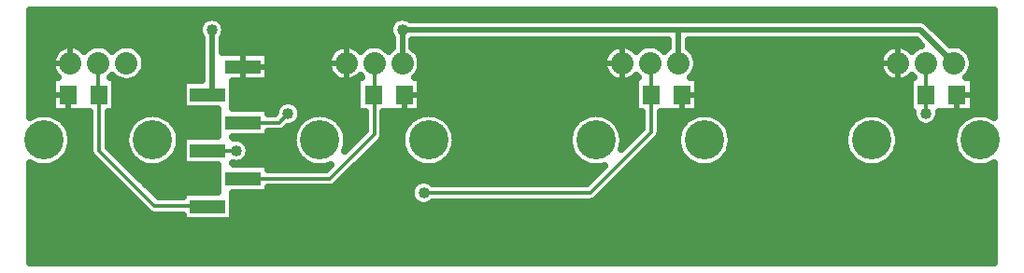
<source format=gbr>
G04 DipTrace 3.3.1.3*
G04 Top.gbr*
%MOIN*%
G04 #@! TF.FileFunction,Copper,L1,Top*
G04 #@! TF.Part,Single*
G04 #@! TA.AperFunction,Conductor*
%ADD13C,0.012*%
G04 #@! TA.AperFunction,CopperBalancing*
%ADD14C,0.02*%
%ADD15C,0.025*%
%ADD31R,0.125197X0.05*%
G04 #@! TA.AperFunction,ComponentPad*
%ADD32C,0.08*%
%ADD33C,0.14*%
%ADD34R,0.062992X0.070866*%
G04 #@! TA.AperFunction,ViaPad*
%ADD35C,0.04*%
%FSLAX26Y26*%
G04*
G70*
G90*
G75*
G01*
G04 Top*
%LPD*%
X3838583Y1148327D2*
D13*
Y1036000D1*
X1401181Y935827D2*
X1530315D1*
X1562992Y968504D1*
X3838583D2*
Y1036000D1*
X1275984Y835827D2*
X1377953D1*
X2046748Y685039D2*
X2641732D1*
X2858268Y901575D1*
Y1036000D1*
Y1144390D1*
X2854331Y1148327D1*
X1401181Y735827D2*
X1712205D1*
X1870079Y893701D1*
Y1033688D1*
X1867766Y1036000D1*
X1870079Y1148327D2*
Y1038312D1*
X1867766Y1036000D1*
X885827Y1148327D2*
Y1038479D1*
X888312Y1035993D1*
Y836097D1*
X1086614Y637795D1*
X1274016D1*
X1275984Y635827D1*
X1970079Y1267717D2*
D14*
X2954331D1*
X3819193D1*
X3938583Y1148327D1*
X2954331D2*
Y1267717D1*
X1970079Y1148327D2*
Y1267717D1*
X1275984Y1035827D2*
X1291339D1*
Y1267717D1*
D35*
X1562992Y968504D3*
X3838583D3*
X1377953Y835827D3*
X2046748Y685039D3*
X1970079Y1267717D3*
D3*
X1291339D3*
X644940Y1313025D2*
D15*
X1278427D1*
X1304276D2*
X1957140D1*
X1982988D2*
X4079474D1*
X644940Y1288156D2*
X1247064D1*
X1335602D2*
X1925814D1*
X3852878D2*
X4079474D1*
X644940Y1263287D2*
X1242542D1*
X1340123D2*
X1921291D1*
X3877745D2*
X4079474D1*
X644940Y1238419D2*
X1252339D1*
X1330327D2*
X1931088D1*
X3902613D2*
X4079474D1*
X644940Y1213550D2*
X770415D1*
X801251D2*
X870387D1*
X901260D2*
X970396D1*
X1001269D2*
X1252339D1*
X1330327D2*
X1754646D1*
X1785518D2*
X1854655D1*
X1885491D2*
X1931088D1*
X2009076D2*
X2738913D1*
X2769749D2*
X2838886D1*
X2869759D2*
X2915356D1*
X2993308D2*
X3723144D1*
X3754017D2*
X3819243D1*
X3954000D2*
X4079474D1*
X644940Y1188681D2*
X730475D1*
X1041172D2*
X1252339D1*
X1330327D2*
X1714743D1*
X2025440D2*
X2698974D1*
X3009671D2*
X3683241D1*
X3993938D2*
X4079474D1*
X644940Y1163812D2*
X718669D1*
X1052978D2*
X1252339D1*
X1492774D2*
X1702900D1*
X2037245D2*
X2687168D1*
X3021478D2*
X3671436D1*
X4005744D2*
X4079474D1*
X644940Y1138944D2*
X717486D1*
X1054163D2*
X1252339D1*
X1492774D2*
X1701752D1*
X2038394D2*
X2686020D1*
X3022661D2*
X3670251D1*
X4006892D2*
X4079474D1*
X644940Y1114075D2*
X726348D1*
X1045335D2*
X1252339D1*
X1492774D2*
X1710580D1*
X2029567D2*
X2694848D1*
X3013833D2*
X3679079D1*
X3998066D2*
X4079474D1*
X644940Y1089206D2*
X717593D1*
X1018745D2*
X1252339D1*
X1492774D2*
X1737134D1*
X2038501D2*
X2721402D1*
X3028976D2*
X3705669D1*
X4009297D2*
X4079474D1*
X644940Y1064337D2*
X717593D1*
X948807D2*
X1184409D1*
X1367575D2*
X1807287D1*
X2038501D2*
X2797762D1*
X3028976D2*
X3778083D1*
X4009297D2*
X4079474D1*
X644940Y1039469D2*
X717593D1*
X948807D2*
X1184409D1*
X1367575D2*
X1807287D1*
X2038501D2*
X2797762D1*
X3028976D2*
X3778083D1*
X4009297D2*
X4079474D1*
X644940Y1014600D2*
X717593D1*
X948807D2*
X1184409D1*
X1367575D2*
X1554448D1*
X1571575D2*
X1807287D1*
X2038501D2*
X2797762D1*
X3028976D2*
X3778083D1*
X4009297D2*
X4079474D1*
X644940Y989731D2*
X717593D1*
X948807D2*
X1184409D1*
X1367575D2*
X1519138D1*
X1606850D2*
X1807287D1*
X2038501D2*
X2797762D1*
X3028976D2*
X3778083D1*
X4009297D2*
X4079474D1*
X644940Y964862D2*
X659066D1*
X725105D2*
X853307D1*
X923293D2*
X1046543D1*
X1112581D2*
X1309573D1*
X1611839D2*
X1643297D1*
X1709371D2*
X1835098D1*
X1905084D2*
X2030774D1*
X2096849D2*
X2627564D1*
X2693604D2*
X2823277D1*
X2893262D2*
X3015042D1*
X3081117D2*
X3611832D1*
X3677870D2*
X3789745D1*
X3887434D2*
X3999310D1*
X4065348D2*
X4079474D1*
X764362Y939993D2*
X853307D1*
X923293D2*
X1007322D1*
X1151839D2*
X1309573D1*
X1748593D2*
X1835098D1*
X1905084D2*
X1991552D1*
X2136071D2*
X2588343D1*
X2732861D2*
X2823277D1*
X2893262D2*
X2975820D1*
X3120339D2*
X3572575D1*
X3717092D2*
X3799362D1*
X3877818D2*
X3960051D1*
X781550Y915125D2*
X853307D1*
X923293D2*
X990097D1*
X1169028D2*
X1309573D1*
X1558049D2*
X1586887D1*
X1765818D2*
X1835098D1*
X1905084D2*
X1974365D1*
X2153295D2*
X2571118D1*
X2750049D2*
X2823277D1*
X2893262D2*
X2958596D1*
X3137526D2*
X3555386D1*
X3734316D2*
X3942864D1*
X789588Y890256D2*
X853307D1*
X923293D2*
X982059D1*
X1177066D2*
X1309573D1*
X1492774D2*
X1578849D1*
X1773820D2*
X1818197D1*
X1904904D2*
X1966327D1*
X2161298D2*
X2563080D1*
X2758087D2*
X2798480D1*
X2891218D2*
X2950558D1*
X3145564D2*
X3547348D1*
X3742354D2*
X3934825D1*
X790736Y865387D2*
X853307D1*
X923293D2*
X980911D1*
X1416341D2*
X1577665D1*
X1775004D2*
X1793328D1*
X1890228D2*
X1965142D1*
X2162482D2*
X2561932D1*
X2759272D2*
X2773613D1*
X2870549D2*
X2949409D1*
X3146749D2*
X3546164D1*
X3743503D2*
X3933640D1*
X785318Y840518D2*
X853307D1*
X932336D2*
X986329D1*
X1426713D2*
X1583083D1*
X1865361D2*
X1970560D1*
X2157063D2*
X2567350D1*
X2845644D2*
X2954828D1*
X3141331D2*
X3551583D1*
X3738084D2*
X3939096D1*
X771933Y815650D2*
X860555D1*
X957203D2*
X999714D1*
X1159411D2*
X1184409D1*
X1422335D2*
X1596469D1*
X1840492D2*
X1983945D1*
X2143678D2*
X2580735D1*
X2820777D2*
X2968213D1*
X3127945D2*
X3565003D1*
X3724699D2*
X3952480D1*
X744554Y790781D2*
X885172D1*
X982071D2*
X1027093D1*
X1132031D2*
X1184409D1*
X1391976D2*
X1623883D1*
X1815625D2*
X2011361D1*
X2116298D2*
X2608115D1*
X2795909D2*
X2995592D1*
X3100530D2*
X3592382D1*
X3697320D2*
X3979860D1*
X644940Y765912D2*
X910039D1*
X1006938D2*
X1309573D1*
X1790757D2*
X2674142D1*
X2771042D2*
X4079474D1*
X644940Y741043D2*
X934907D1*
X1031807D2*
X1309573D1*
X1765890D2*
X2649274D1*
X2746173D2*
X4079474D1*
X644940Y716175D2*
X959776D1*
X1056675D2*
X1309573D1*
X1740986D2*
X2009710D1*
X2721306D2*
X4079474D1*
X644940Y691306D2*
X984643D1*
X1081542D2*
X1309573D1*
X1492774D2*
X1998192D1*
X2696438D2*
X4079474D1*
X644940Y666437D2*
X1009510D1*
X1367575D2*
X2001636D1*
X2671571D2*
X4079474D1*
X644940Y641568D2*
X1034378D1*
X1367575D2*
X2027760D1*
X2065738D2*
X4079474D1*
X644940Y616699D2*
X1059245D1*
X1367575D2*
X4079474D1*
X644940Y591831D2*
X1184409D1*
X1367575D2*
X4079474D1*
X644940Y566962D2*
X4079474D1*
X644940Y542093D2*
X4079474D1*
X644940Y517224D2*
X4079474D1*
X644940Y492356D2*
X4079474D1*
X644940Y467487D2*
X4079474D1*
X644940Y442618D2*
X4079474D1*
X1186894Y670277D2*
Y687319D1*
X1312093D1*
X1312091Y784344D1*
X1186894Y784335D1*
Y887319D1*
X1312093D1*
X1312091Y984344D1*
X1186894Y984335D1*
Y1087319D1*
X1254823D1*
X1254846Y1238895D1*
X1251698Y1243424D1*
X1248386Y1249925D1*
X1246131Y1256864D1*
X1244990Y1264068D1*
Y1271365D1*
X1246131Y1278570D1*
X1248386Y1285508D1*
X1251698Y1292009D1*
X1255986Y1297911D1*
X1261144Y1303070D1*
X1267046Y1307357D1*
X1273547Y1310669D1*
X1280486Y1312924D1*
X1287690Y1314066D1*
X1294987D1*
X1302192Y1312924D1*
X1309130Y1310669D1*
X1315631Y1307357D1*
X1321533Y1303070D1*
X1326692Y1297911D1*
X1330979Y1292009D1*
X1334291Y1285508D1*
X1336546Y1278570D1*
X1337688Y1271365D1*
Y1264068D1*
X1336546Y1256864D1*
X1334291Y1249925D1*
X1330979Y1243424D1*
X1327831Y1238967D1*
Y1187301D1*
X1490272Y1187319D1*
Y1084335D1*
X1365072D1*
X1365075Y987310D1*
X1490272Y987319D1*
Y968336D1*
X1516500Y968504D1*
X1517072Y975777D1*
X1518776Y982871D1*
X1521567Y989612D1*
X1525379Y995831D1*
X1530117Y1001379D1*
X1535665Y1006117D1*
X1541885Y1009929D1*
X1548625Y1012720D1*
X1555719Y1014424D1*
X1562992Y1014996D1*
X1570265Y1014424D1*
X1577360Y1012720D1*
X1584100Y1009929D1*
X1590319Y1006117D1*
X1595867Y1001379D1*
X1600605Y995831D1*
X1604417Y989612D1*
X1607209Y982871D1*
X1608912Y975777D1*
X1609484Y968504D1*
X1608912Y961231D1*
X1607209Y954136D1*
X1604417Y947396D1*
X1600605Y941177D1*
X1595867Y935629D1*
X1590319Y930891D1*
X1584100Y927079D1*
X1577360Y924287D1*
X1570265Y922584D1*
X1562465Y922033D1*
X1551417Y911119D1*
X1547293Y908122D1*
X1542749Y905808D1*
X1537900Y904232D1*
X1532865Y903434D1*
X1490304Y903335D1*
X1490272Y884335D1*
X1365072D1*
X1367100Y881034D1*
X1374304Y882176D1*
X1381601D1*
X1388806Y881034D1*
X1395744Y878780D1*
X1402245Y875467D1*
X1408147Y871180D1*
X1413306Y866021D1*
X1417593Y860119D1*
X1420906Y853618D1*
X1423160Y846680D1*
X1424302Y839475D1*
Y832178D1*
X1423160Y824974D1*
X1420906Y818035D1*
X1417593Y811534D1*
X1413306Y805633D1*
X1408147Y800474D1*
X1402245Y796186D1*
X1395744Y792874D1*
X1388806Y790619D1*
X1381601Y789478D1*
X1374304D1*
X1367100Y790619D1*
X1365081Y791188D1*
X1367209Y787319D1*
X1490272D1*
Y768336D1*
X1698769Y768319D1*
X1715643Y785217D1*
X1706156Y781558D1*
X1698865Y779501D1*
X1691433Y778022D1*
X1683909Y777133D1*
X1676339Y776835D1*
X1668768Y777133D1*
X1661244Y778022D1*
X1653812Y779501D1*
X1646521Y781558D1*
X1639412Y784180D1*
X1632531Y787352D1*
X1625921Y791054D1*
X1619622Y795262D1*
X1613672Y799954D1*
X1608109Y805097D1*
X1602966Y810660D1*
X1598274Y816610D1*
X1594066Y822909D1*
X1590364Y829520D1*
X1587192Y836400D1*
X1584570Y843509D1*
X1582513Y850801D1*
X1581034Y858232D1*
X1580144Y865756D1*
X1579846Y873327D1*
X1580144Y880898D1*
X1581034Y888421D1*
X1582513Y895853D1*
X1584570Y903144D1*
X1587192Y910253D1*
X1590364Y917134D1*
X1594066Y923744D1*
X1598274Y930043D1*
X1602966Y935993D1*
X1608109Y941556D1*
X1613672Y946699D1*
X1619622Y951391D1*
X1625921Y955600D1*
X1632531Y959302D1*
X1639412Y962474D1*
X1646521Y965096D1*
X1653812Y967152D1*
X1661244Y968631D1*
X1668768Y969521D1*
X1676339Y969819D1*
X1683909Y969521D1*
X1691433Y968631D1*
X1698865Y967152D1*
X1706156Y965096D1*
X1713265Y962474D1*
X1720146Y959302D1*
X1726756Y955600D1*
X1733055Y951391D1*
X1739005Y946699D1*
X1744568Y941556D1*
X1749711Y935993D1*
X1754403Y930043D1*
X1758612Y923744D1*
X1762314Y917134D1*
X1765486Y910253D1*
X1768108Y903144D1*
X1770164Y895853D1*
X1771643Y888421D1*
X1772533Y880898D1*
X1772831Y873327D1*
X1772533Y865756D1*
X1771643Y858232D1*
X1770164Y850801D1*
X1768108Y843509D1*
X1764333Y833902D1*
X1837591Y907164D1*
X1837587Y974046D1*
X1809778Y974075D1*
Y1095003D1*
X1803164Y1090650D1*
X1796600Y1087353D1*
X1789713Y1084799D1*
X1782585Y1083021D1*
X1775306Y1082041D1*
X1767963Y1081869D1*
X1760646Y1082507D1*
X1753444Y1083949D1*
X1746444Y1086177D1*
X1739732Y1089163D1*
X1733392Y1092871D1*
X1727499Y1097256D1*
X1722126Y1102265D1*
X1717337Y1107835D1*
X1713193Y1113899D1*
X1709743Y1120383D1*
X1707029Y1127210D1*
X1705084Y1134293D1*
X1703933Y1141547D1*
X1703589Y1148885D1*
X1704056Y1156215D1*
X1705329Y1163449D1*
X1707392Y1170499D1*
X1710220Y1177278D1*
X1713778Y1183703D1*
X1718025Y1189698D1*
X1722906Y1195186D1*
X1728362Y1200104D1*
X1734328Y1204390D1*
X1740730Y1207991D1*
X1747490Y1210865D1*
X1754525Y1212974D1*
X1761751Y1214295D1*
X1769077Y1214811D1*
X1776417Y1214516D1*
X1783680Y1213413D1*
X1790776Y1211516D1*
X1797619Y1208848D1*
X1804126Y1205441D1*
X1810218Y1201336D1*
X1815820Y1196585D1*
X1820079Y1192151D1*
X1826895Y1198887D1*
X1835337Y1205021D1*
X1844634Y1209757D1*
X1854556Y1212982D1*
X1864862Y1214614D1*
X1875295D1*
X1885601Y1212982D1*
X1895524Y1209757D1*
X1904820Y1205021D1*
X1913262Y1198887D1*
X1920072Y1192123D1*
X1926895Y1198887D1*
X1933591Y1203853D1*
X1933587Y1238934D1*
X1930438Y1243424D1*
X1927126Y1249925D1*
X1924871Y1256864D1*
X1923730Y1264068D1*
Y1271365D1*
X1924871Y1278570D1*
X1927126Y1285508D1*
X1930438Y1292009D1*
X1934726Y1297911D1*
X1939885Y1303070D1*
X1945786Y1307357D1*
X1952287Y1310669D1*
X1959226Y1312924D1*
X1966430Y1314066D1*
X1973727D1*
X1980932Y1312924D1*
X1987870Y1310669D1*
X1994371Y1307357D1*
X1998828Y1304209D1*
X3822056Y1304096D1*
X3827711Y1303201D1*
X3833157Y1301430D1*
X3838260Y1298831D1*
X3842892Y1295466D1*
X3877475Y1261042D1*
X3925102Y1213415D1*
X3933366Y1214614D1*
X3943799D1*
X3954105Y1212982D1*
X3964028Y1209757D1*
X3973324Y1205021D1*
X3981766Y1198887D1*
X3989143Y1191510D1*
X3995277Y1183068D1*
X4000013Y1173772D1*
X4003238Y1163849D1*
X4004870Y1153543D1*
Y1143110D1*
X4003238Y1132804D1*
X4000013Y1122882D1*
X3995277Y1113585D1*
X3989143Y1105143D1*
X3981930Y1097919D1*
X4006807Y1097925D1*
Y974075D1*
X3884765D1*
X3885075Y968504D1*
X3884503Y961231D1*
X3882799Y954136D1*
X3880008Y947396D1*
X3876196Y941177D1*
X3871458Y935629D1*
X3865909Y930891D1*
X3859690Y927079D1*
X3852950Y924287D1*
X3845856Y922584D1*
X3838583Y922012D1*
X3831310Y922584D1*
X3824215Y924287D1*
X3817475Y927079D1*
X3811256Y930891D1*
X3805707Y935629D1*
X3800970Y941177D1*
X3797157Y947396D1*
X3794366Y954136D1*
X3792663Y961231D1*
X3792091Y968504D1*
X3792461Y974063D1*
X3780594Y974075D1*
Y1096801D1*
X3781945Y1097924D1*
X3795199Y1097925D1*
X3788589Y1104530D1*
X3783508Y1099307D1*
X3777828Y1094651D1*
X3771668Y1090650D1*
X3765104Y1087353D1*
X3758217Y1084799D1*
X3751089Y1083021D1*
X3743810Y1082041D1*
X3736467Y1081869D1*
X3729150Y1082507D1*
X3721948Y1083949D1*
X3714948Y1086177D1*
X3708236Y1089163D1*
X3701896Y1092871D1*
X3696003Y1097256D1*
X3690630Y1102265D1*
X3685841Y1107835D1*
X3681697Y1113899D1*
X3678247Y1120383D1*
X3675533Y1127210D1*
X3673588Y1134293D1*
X3672437Y1141547D1*
X3672093Y1148885D1*
X3672560Y1156215D1*
X3673833Y1163449D1*
X3675896Y1170499D1*
X3678724Y1177278D1*
X3682282Y1183703D1*
X3686529Y1189698D1*
X3691409Y1195186D1*
X3696866Y1200104D1*
X3702832Y1204390D1*
X3709234Y1207991D1*
X3715993Y1210865D1*
X3723029Y1212974D1*
X3730255Y1214295D1*
X3737581Y1214811D1*
X3744921Y1214516D1*
X3752184Y1213413D1*
X3759280Y1211516D1*
X3766123Y1208848D1*
X3772630Y1205441D1*
X3778722Y1201336D1*
X3784324Y1196585D1*
X3788583Y1192151D1*
X3795399Y1198887D1*
X3803841Y1205021D1*
X3813138Y1209757D1*
X3822491Y1212822D1*
X3804102Y1231199D1*
X2990807Y1231224D1*
X2990819Y1203853D1*
X2997514Y1198887D1*
X3004891Y1191510D1*
X3011025Y1183068D1*
X3015761Y1173772D1*
X3018986Y1163849D1*
X3020618Y1153543D1*
Y1143110D1*
X3018986Y1132804D1*
X3015761Y1122882D1*
X3011025Y1113585D1*
X3004891Y1105143D1*
X2997678Y1097919D1*
X3026492Y1097925D1*
Y974075D1*
X2890743D1*
X2890660Y899025D1*
X2889862Y893990D1*
X2888286Y889140D1*
X2885972Y884597D1*
X2882975Y880472D1*
X2835773Y833130D1*
X2662835Y660332D1*
X2658710Y657335D1*
X2654167Y655021D1*
X2649318Y653445D1*
X2644282Y652647D1*
X2577428Y652547D1*
X2079966D1*
X2074075Y647427D1*
X2067856Y643614D1*
X2061115Y640823D1*
X2054021Y639119D1*
X2046748Y638547D1*
X2039475Y639119D1*
X2032381Y640823D1*
X2025640Y643614D1*
X2019421Y647427D1*
X2013873Y652164D1*
X2009135Y657713D1*
X2005323Y663932D1*
X2002531Y670672D1*
X2000828Y677766D1*
X2000256Y685039D1*
X2000828Y692312D1*
X2002531Y699407D1*
X2005323Y706147D1*
X2009135Y712366D1*
X2013873Y717915D1*
X2019421Y722652D1*
X2025640Y726465D1*
X2032381Y729256D1*
X2039475Y730959D1*
X2046748Y731531D1*
X2054021Y730959D1*
X2061115Y729256D1*
X2067856Y726465D1*
X2074075Y722652D1*
X2079982Y717526D1*
X2628251Y717531D1*
X2693280Y782538D1*
X2683117Y779501D1*
X2675685Y778022D1*
X2668161Y777133D1*
X2660591Y776835D1*
X2653020Y777133D1*
X2645496Y778022D1*
X2638064Y779501D1*
X2630773Y781558D1*
X2623664Y784180D1*
X2616783Y787352D1*
X2610173Y791054D1*
X2603874Y795262D1*
X2597924Y799954D1*
X2592361Y805097D1*
X2587218Y810660D1*
X2582526Y816610D1*
X2578318Y822909D1*
X2574615Y829520D1*
X2571444Y836400D1*
X2568822Y843509D1*
X2566765Y850801D1*
X2565286Y858232D1*
X2564396Y865756D1*
X2564098Y873327D1*
X2564396Y880898D1*
X2565286Y888421D1*
X2566765Y895853D1*
X2568822Y903144D1*
X2571444Y910253D1*
X2574615Y917134D1*
X2578318Y923744D1*
X2582526Y930043D1*
X2587218Y935993D1*
X2592361Y941556D1*
X2597924Y946699D1*
X2603874Y951391D1*
X2610173Y955600D1*
X2616783Y959302D1*
X2623664Y962474D1*
X2630773Y965096D1*
X2638064Y967152D1*
X2645496Y968631D1*
X2653020Y969521D1*
X2660591Y969819D1*
X2668161Y969521D1*
X2675685Y968631D1*
X2683117Y967152D1*
X2690408Y965096D1*
X2697517Y962474D1*
X2704398Y959302D1*
X2711008Y955600D1*
X2717307Y951391D1*
X2723257Y946699D1*
X2728820Y941556D1*
X2733963Y935993D1*
X2738655Y930043D1*
X2742864Y923744D1*
X2746566Y917134D1*
X2749738Y910253D1*
X2752360Y903144D1*
X2754416Y895853D1*
X2755895Y888421D1*
X2756785Y880898D1*
X2757083Y873327D1*
X2756785Y865756D1*
X2755895Y858232D1*
X2754416Y850801D1*
X2751264Y840538D1*
X2825783Y915041D1*
X2825776Y974097D1*
X2800280Y974075D1*
Y1097925D1*
X2804327Y1104492D1*
X2799256Y1099307D1*
X2793576Y1094651D1*
X2787416Y1090650D1*
X2780852Y1087353D1*
X2773965Y1084799D1*
X2766837Y1083021D1*
X2759558Y1082041D1*
X2752215Y1081869D1*
X2744898Y1082507D1*
X2737696Y1083949D1*
X2730696Y1086177D1*
X2723984Y1089163D1*
X2717644Y1092871D1*
X2711751Y1097256D1*
X2706378Y1102265D1*
X2701589Y1107835D1*
X2697445Y1113899D1*
X2693995Y1120383D1*
X2691281Y1127210D1*
X2689336Y1134293D1*
X2688185Y1141547D1*
X2687841Y1148885D1*
X2688308Y1156215D1*
X2689581Y1163449D1*
X2691644Y1170499D1*
X2694472Y1177278D1*
X2698030Y1183703D1*
X2702277Y1189698D1*
X2707157Y1195186D1*
X2712614Y1200104D1*
X2718580Y1204390D1*
X2724982Y1207991D1*
X2731741Y1210865D1*
X2738777Y1212974D1*
X2746003Y1214295D1*
X2753329Y1214811D1*
X2760669Y1214516D1*
X2767932Y1213413D1*
X2775028Y1211516D1*
X2781871Y1208848D1*
X2788378Y1205441D1*
X2794470Y1201336D1*
X2800072Y1196585D1*
X2804331Y1192151D1*
X2811147Y1198887D1*
X2819589Y1205021D1*
X2828886Y1209757D1*
X2838808Y1212982D1*
X2849114Y1214614D1*
X2859547D1*
X2869853Y1212982D1*
X2879776Y1209757D1*
X2889072Y1205021D1*
X2897514Y1198887D1*
X2904324Y1192123D1*
X2911147Y1198887D1*
X2917843Y1203853D1*
X2917839Y1231255D1*
X2006593Y1231224D1*
X2006567Y1203853D1*
X2013262Y1198887D1*
X2020639Y1191510D1*
X2026773Y1183068D1*
X2031509Y1173772D1*
X2034734Y1163849D1*
X2036366Y1153543D1*
Y1143110D1*
X2034734Y1132804D1*
X2031509Y1122882D1*
X2026773Y1113585D1*
X2020639Y1105143D1*
X2013427Y1097919D1*
X2035991Y1097925D1*
Y974075D1*
X1902538D1*
X1902471Y891151D1*
X1901673Y886115D1*
X1900097Y881266D1*
X1897783Y876723D1*
X1894786Y872598D1*
X1847584Y825255D1*
X1733307Y711119D1*
X1729182Y708122D1*
X1724639Y705808D1*
X1719790Y704232D1*
X1714755Y703434D1*
X1647900Y703335D1*
X1490272Y703314D1*
Y684335D1*
X1365075Y684340D1*
Y584335D1*
X1186894D1*
Y605327D1*
X1084064Y605403D1*
X1079029Y606201D1*
X1074180Y607777D1*
X1069636Y610091D1*
X1065512Y613088D1*
X1018168Y660290D1*
X863605Y814995D1*
X860608Y819119D1*
X858294Y823663D1*
X856718Y828512D1*
X855920Y833547D1*
X855820Y900402D1*
Y974072D1*
X720088Y974068D1*
Y1097919D1*
X742458D1*
X736619Y1103606D1*
X731987Y1109307D1*
X728012Y1115484D1*
X724743Y1122062D1*
X722218Y1128959D1*
X720470Y1136093D1*
X719520Y1143377D1*
X719378Y1150722D1*
X720047Y1158035D1*
X721520Y1165232D1*
X723777Y1172222D1*
X726791Y1178920D1*
X730526Y1185245D1*
X734936Y1191119D1*
X739966Y1196472D1*
X745556Y1201238D1*
X751638Y1205356D1*
X758136Y1208780D1*
X764974Y1211465D1*
X772066Y1213379D1*
X779324Y1214500D1*
X786663Y1214814D1*
X793992Y1214316D1*
X801220Y1213012D1*
X808261Y1210920D1*
X815029Y1208063D1*
X821440Y1204478D1*
X827416Y1200207D1*
X832885Y1195303D1*
X835827Y1192151D1*
X842643Y1198887D1*
X851085Y1205021D1*
X860382Y1209757D1*
X870304Y1212982D1*
X880610Y1214614D1*
X891043D1*
X901349Y1212982D1*
X911272Y1209757D1*
X920568Y1205021D1*
X929010Y1198887D1*
X935820Y1192123D1*
X942643Y1198887D1*
X951085Y1205021D1*
X960382Y1209757D1*
X970304Y1212982D1*
X980610Y1214614D1*
X991043D1*
X1001349Y1212982D1*
X1011272Y1209757D1*
X1020568Y1205021D1*
X1029010Y1198887D1*
X1036387Y1191510D1*
X1042521Y1183068D1*
X1047257Y1173772D1*
X1050482Y1163849D1*
X1052114Y1153543D1*
Y1143110D1*
X1050482Y1132804D1*
X1047257Y1122882D1*
X1042521Y1113585D1*
X1036387Y1105143D1*
X1029010Y1097766D1*
X1020568Y1091633D1*
X1011272Y1086896D1*
X1001349Y1083672D1*
X991043Y1082039D1*
X980610D1*
X970304Y1083672D1*
X960382Y1086896D1*
X951085Y1091633D1*
X946311Y1094874D1*
X940560Y1097919D1*
X942466D1*
X935833Y1104530D1*
X929175Y1097919D1*
X940560D1*
X946301Y1094869D1*
Y974068D1*
X920787D1*
X920804Y849575D1*
X1100096Y670265D1*
X1186911Y670287D1*
X788281Y865756D2*
X787391Y858232D1*
X785912Y850801D1*
X783856Y843509D1*
X781234Y836400D1*
X778062Y829520D1*
X774360Y822909D1*
X770151Y816610D1*
X765459Y810660D1*
X760316Y805097D1*
X754753Y799954D1*
X748803Y795262D1*
X742504Y791054D1*
X735894Y787352D1*
X729013Y784180D1*
X721904Y781558D1*
X714613Y779501D1*
X707181Y778022D1*
X699657Y777133D1*
X692087Y776835D1*
X684516Y777133D1*
X676992Y778022D1*
X669560Y779501D1*
X662269Y781558D1*
X655160Y784180D1*
X648280Y787352D1*
X642419Y790634D1*
X642421Y433732D1*
X4082016Y433760D1*
X4081988Y790615D1*
X4076130Y787352D1*
X4069249Y784180D1*
X4062140Y781558D1*
X4054849Y779501D1*
X4047417Y778022D1*
X4039894Y777133D1*
X4032323Y776835D1*
X4024752Y777133D1*
X4017228Y778022D1*
X4009797Y779501D1*
X4002505Y781558D1*
X3995396Y784180D1*
X3988516Y787352D1*
X3981906Y791054D1*
X3975606Y795262D1*
X3969656Y799954D1*
X3964093Y805097D1*
X3958950Y810660D1*
X3954259Y816610D1*
X3950050Y822909D1*
X3946348Y829520D1*
X3943176Y836400D1*
X3940554Y843509D1*
X3938497Y850801D1*
X3937018Y858232D1*
X3936129Y865756D1*
X3935831Y873327D1*
X3936129Y880898D1*
X3937018Y888421D1*
X3938497Y895853D1*
X3940554Y903144D1*
X3943176Y910253D1*
X3946348Y917134D1*
X3950050Y923744D1*
X3954259Y930043D1*
X3958950Y935993D1*
X3964093Y941556D1*
X3969656Y946699D1*
X3975606Y951391D1*
X3981906Y955600D1*
X3988516Y959302D1*
X3995396Y962474D1*
X4002505Y965096D1*
X4009797Y967152D1*
X4017228Y968631D1*
X4024752Y969521D1*
X4032323Y969819D1*
X4039894Y969521D1*
X4047417Y968631D1*
X4054849Y967152D1*
X4062140Y965096D1*
X4069249Y962474D1*
X4076130Y959302D1*
X4081991Y956020D1*
X4081988Y1337921D1*
X642394Y1337894D1*
X642421Y956063D1*
X648280Y959302D1*
X655160Y962474D1*
X662269Y965096D1*
X669560Y967152D1*
X676992Y968631D1*
X684516Y969521D1*
X692087Y969819D1*
X699657Y969521D1*
X707181Y968631D1*
X714613Y967152D1*
X721904Y965096D1*
X729013Y962474D1*
X735894Y959302D1*
X742504Y955600D1*
X748803Y951391D1*
X754753Y946699D1*
X760316Y941556D1*
X765459Y935993D1*
X770151Y930043D1*
X774360Y923744D1*
X778062Y917134D1*
X781234Y910253D1*
X783856Y903144D1*
X785912Y895853D1*
X787391Y888421D1*
X788281Y880898D1*
X788579Y873327D1*
X788281Y865756D1*
X1175761D2*
X1174871Y858232D1*
X1173392Y850801D1*
X1171336Y843509D1*
X1168714Y836400D1*
X1165542Y829520D1*
X1161840Y822909D1*
X1157631Y816610D1*
X1152940Y810660D1*
X1147797Y805097D1*
X1142234Y799954D1*
X1136283Y795262D1*
X1129984Y791054D1*
X1123374Y787352D1*
X1116493Y784180D1*
X1109385Y781558D1*
X1102093Y779501D1*
X1094661Y778022D1*
X1087138Y777133D1*
X1079567Y776835D1*
X1071996Y777133D1*
X1064472Y778022D1*
X1057041Y779501D1*
X1049749Y781558D1*
X1042640Y784180D1*
X1035760Y787352D1*
X1029150Y791054D1*
X1022850Y795262D1*
X1016900Y799954D1*
X1011337Y805097D1*
X1006194Y810660D1*
X1001503Y816610D1*
X997294Y822909D1*
X993592Y829520D1*
X990420Y836400D1*
X987798Y843509D1*
X985741Y850801D1*
X984262Y858232D1*
X983373Y865756D1*
X983075Y873327D1*
X983373Y880898D1*
X984262Y888421D1*
X985741Y895853D1*
X987798Y903144D1*
X990420Y910253D1*
X993592Y917134D1*
X997294Y923744D1*
X1001503Y930043D1*
X1006194Y935993D1*
X1011337Y941556D1*
X1016900Y946699D1*
X1022850Y951391D1*
X1029150Y955600D1*
X1035760Y959302D1*
X1042640Y962474D1*
X1049749Y965096D1*
X1057041Y967152D1*
X1064472Y968631D1*
X1071996Y969521D1*
X1079567Y969819D1*
X1087138Y969521D1*
X1094661Y968631D1*
X1102093Y967152D1*
X1109385Y965096D1*
X1116493Y962474D1*
X1123374Y959302D1*
X1129984Y955600D1*
X1136283Y951391D1*
X1142234Y946699D1*
X1147797Y941556D1*
X1152940Y935993D1*
X1157631Y930043D1*
X1161840Y923744D1*
X1165542Y917134D1*
X1168714Y910253D1*
X1171336Y903144D1*
X1173392Y895853D1*
X1174871Y888421D1*
X1175761Y880898D1*
X1176059Y873327D1*
X1175761Y865756D1*
X1820075Y1104492D2*
X1815004Y1099307D1*
X1813441Y1097924D1*
X1826680Y1097925D1*
X1820085Y1104530D1*
X2160013Y865756D2*
X2159123Y858232D1*
X2157644Y850801D1*
X2155588Y843509D1*
X2152966Y836400D1*
X2149794Y829520D1*
X2146092Y822909D1*
X2141883Y816610D1*
X2137192Y810660D1*
X2132049Y805097D1*
X2126486Y799954D1*
X2120535Y795262D1*
X2114236Y791054D1*
X2107626Y787352D1*
X2100745Y784180D1*
X2093636Y781558D1*
X2086345Y779501D1*
X2078913Y778022D1*
X2071390Y777133D1*
X2063819Y776835D1*
X2056248Y777133D1*
X2048724Y778022D1*
X2041293Y779501D1*
X2034001Y781558D1*
X2026892Y784180D1*
X2020012Y787352D1*
X2013402Y791054D1*
X2007102Y795262D1*
X2001152Y799954D1*
X1995589Y805097D1*
X1990446Y810660D1*
X1985755Y816610D1*
X1981546Y822909D1*
X1977844Y829520D1*
X1974672Y836400D1*
X1972050Y843509D1*
X1969993Y850801D1*
X1968514Y858232D1*
X1967625Y865756D1*
X1967327Y873327D1*
X1967625Y880898D1*
X1968514Y888421D1*
X1969993Y895853D1*
X1972050Y903144D1*
X1974672Y910253D1*
X1977844Y917134D1*
X1981546Y923744D1*
X1985755Y930043D1*
X1990446Y935993D1*
X1995589Y941556D1*
X2001152Y946699D1*
X2007102Y951391D1*
X2013402Y955600D1*
X2020012Y959302D1*
X2026892Y962474D1*
X2034001Y965096D1*
X2041293Y967152D1*
X2048724Y968631D1*
X2056248Y969521D1*
X2063819Y969819D1*
X2071390Y969521D1*
X2078913Y968631D1*
X2086345Y967152D1*
X2093636Y965096D1*
X2100745Y962474D1*
X2107626Y959302D1*
X2114236Y955600D1*
X2120535Y951391D1*
X2126486Y946699D1*
X2132049Y941556D1*
X2137192Y935993D1*
X2141883Y930043D1*
X2146092Y923744D1*
X2149794Y917134D1*
X2152966Y910253D1*
X2155588Y903144D1*
X2157644Y895853D1*
X2159123Y888421D1*
X2160013Y880898D1*
X2160311Y873327D1*
X2160013Y865756D1*
X2810983Y1097919D2*
X2804337Y1104530D1*
X2800280Y1097925D1*
X2810937D1*
X3144265Y865756D2*
X3143375Y858232D1*
X3141896Y850801D1*
X3139840Y843509D1*
X3137218Y836400D1*
X3134046Y829520D1*
X3130344Y822909D1*
X3126135Y816610D1*
X3121444Y810660D1*
X3116301Y805097D1*
X3110738Y799954D1*
X3104787Y795262D1*
X3098488Y791054D1*
X3091878Y787352D1*
X3084997Y784180D1*
X3077888Y781558D1*
X3070597Y779501D1*
X3063165Y778022D1*
X3055642Y777133D1*
X3048071Y776835D1*
X3040500Y777133D1*
X3032976Y778022D1*
X3025545Y779501D1*
X3018253Y781558D1*
X3011144Y784180D1*
X3004264Y787352D1*
X2997654Y791054D1*
X2991354Y795262D1*
X2985404Y799954D1*
X2979841Y805097D1*
X2974698Y810660D1*
X2970007Y816610D1*
X2965798Y822909D1*
X2962096Y829520D1*
X2958924Y836400D1*
X2956302Y843509D1*
X2954245Y850801D1*
X2952766Y858232D1*
X2951877Y865756D1*
X2951579Y873327D1*
X2951877Y880898D1*
X2952766Y888421D1*
X2954245Y895853D1*
X2956302Y903144D1*
X2958924Y910253D1*
X2962096Y917134D1*
X2965798Y923744D1*
X2970007Y930043D1*
X2974698Y935993D1*
X2979841Y941556D1*
X2985404Y946699D1*
X2991354Y951391D1*
X2997654Y955600D1*
X3004264Y959302D1*
X3011144Y962474D1*
X3018253Y965096D1*
X3025545Y967152D1*
X3032976Y968631D1*
X3040500Y969521D1*
X3048071Y969819D1*
X3055642Y969521D1*
X3063165Y968631D1*
X3070597Y967152D1*
X3077888Y965096D1*
X3084997Y962474D1*
X3091878Y959302D1*
X3098488Y955600D1*
X3104787Y951391D1*
X3110738Y946699D1*
X3116301Y941556D1*
X3121444Y935993D1*
X3126135Y930043D1*
X3130344Y923744D1*
X3134046Y917134D1*
X3137218Y910253D1*
X3139840Y903144D1*
X3141896Y895853D1*
X3143375Y888421D1*
X3144265Y880898D1*
X3144563Y873327D1*
X3144265Y865756D1*
X3741037D2*
X3740147Y858232D1*
X3738668Y850801D1*
X3736612Y843509D1*
X3733990Y836400D1*
X3730818Y829520D1*
X3727115Y822909D1*
X3722907Y816610D1*
X3718215Y810660D1*
X3713072Y805097D1*
X3707509Y799954D1*
X3701559Y795262D1*
X3695260Y791054D1*
X3688650Y787352D1*
X3681769Y784180D1*
X3674660Y781558D1*
X3667369Y779501D1*
X3659937Y778022D1*
X3652413Y777133D1*
X3644843Y776835D1*
X3637272Y777133D1*
X3629748Y778022D1*
X3622316Y779501D1*
X3615025Y781558D1*
X3607916Y784180D1*
X3601035Y787352D1*
X3594425Y791054D1*
X3588126Y795262D1*
X3582176Y799954D1*
X3576613Y805097D1*
X3571470Y810660D1*
X3566778Y816610D1*
X3562570Y822909D1*
X3558867Y829520D1*
X3555696Y836400D1*
X3553073Y843509D1*
X3551017Y850801D1*
X3549538Y858232D1*
X3548648Y865756D1*
X3548350Y873327D1*
X3548648Y880898D1*
X3549538Y888421D1*
X3551017Y895853D1*
X3553073Y903144D1*
X3555696Y910253D1*
X3558867Y917134D1*
X3562570Y923744D1*
X3566778Y930043D1*
X3571470Y935993D1*
X3576613Y941556D1*
X3582176Y946699D1*
X3588126Y951391D1*
X3594425Y955600D1*
X3601035Y959302D1*
X3607916Y962474D1*
X3615025Y965096D1*
X3622316Y967152D1*
X3629748Y968631D1*
X3637272Y969521D1*
X3644843Y969819D1*
X3652413Y969521D1*
X3659937Y968631D1*
X3667369Y967152D1*
X3674660Y965096D1*
X3681769Y962474D1*
X3688650Y959302D1*
X3695260Y955600D1*
X3701559Y951391D1*
X3707509Y946699D1*
X3713072Y941556D1*
X3718215Y935993D1*
X3722907Y930043D1*
X3727115Y923744D1*
X3730818Y917134D1*
X3733990Y910253D1*
X3736612Y903144D1*
X3738668Y895853D1*
X3740147Y888421D1*
X3741037Y880898D1*
X3741335Y873327D1*
X3741037Y865756D1*
X1933587Y1238967D2*
X1930438Y1243424D1*
X1927126Y1249925D1*
X1924871Y1256864D1*
X1923730Y1264068D1*
Y1271365D1*
X1924871Y1278570D1*
X1927126Y1285508D1*
X1930438Y1292009D1*
X1934726Y1297911D1*
X1939885Y1303070D1*
X1945786Y1307357D1*
X1952287Y1310669D1*
X1959226Y1312924D1*
X1966430Y1314066D1*
X1973727D1*
X1980932Y1312924D1*
X1987870Y1310669D1*
X1994371Y1307357D1*
X1998828Y1304209D1*
X1401181Y1187283D2*
D14*
Y1084370D1*
Y1135827D2*
X1490236D1*
X785827Y1214783D2*
Y1148327D1*
X719370D2*
X785827D1*
X778076Y1035993D2*
Y974104D1*
X720123Y1035993D2*
X778076D1*
X1770079Y1214783D2*
Y1081870D1*
X1703622Y1148327D2*
X1770079D1*
X1978003Y1036000D2*
Y974110D1*
Y1036000D2*
X2035955D1*
X2754331Y1214783D2*
Y1081870D1*
X2687874Y1148327D2*
X2754331D1*
X2968504Y1036000D2*
Y974110D1*
Y1036000D2*
X3026457D1*
X3738583Y1214783D2*
Y1081870D1*
X3672126Y1148327D2*
X3738583D1*
X3948819Y1036000D2*
Y974110D1*
Y1036000D2*
X4006772D1*
D31*
X1275984Y635827D3*
X1401181Y735827D3*
X1275984Y835827D3*
X1401181Y935827D3*
X1275984Y1035827D3*
X1401181Y1135827D3*
D32*
X785827Y1148327D3*
X885827D3*
X985827D3*
D33*
X692087Y873327D3*
X1079567D3*
D34*
X778076Y1035993D3*
X888312D3*
D32*
X1770079Y1148327D3*
X1870079D3*
X1970079D3*
D33*
X1676339Y873327D3*
X2063819D3*
D34*
X1978003Y1036000D3*
X1867766D3*
D32*
X2754331Y1148327D3*
X2854331D3*
X2954331D3*
D33*
X2660591Y873327D3*
X3048071D3*
D34*
X2968504Y1036000D3*
X2858268D3*
D32*
X3738583Y1148327D3*
X3838583D3*
X3938583D3*
D33*
X3644843Y873327D3*
X4032323D3*
D34*
X3948819Y1036000D3*
X3838583D3*
M02*

</source>
